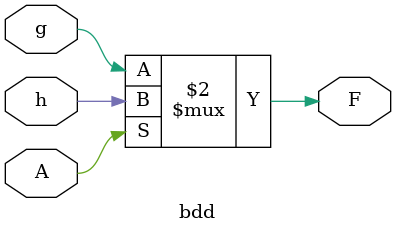
<source format=v>
module bdd(A, g, h, F);
	input A, g, h;
	output F;

	assign F = (A == 0) ? g : h;	// if A = 0, F = g	or	if A = 1, F = h
endmodule

</source>
